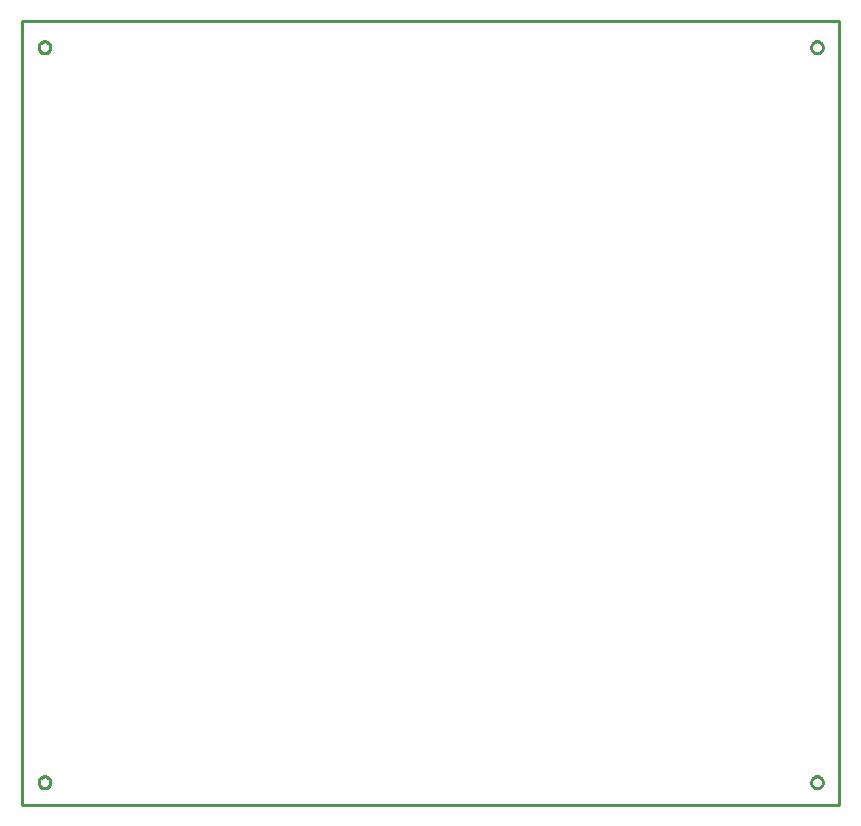
<source format=gbr>
G04 EAGLE Gerber RS-274X export*
G75*
%MOMM*%
%FSLAX34Y34*%
%LPD*%
%IN*%
%IPPOS*%
%AMOC8*
5,1,8,0,0,1.08239X$1,22.5*%
G01*
%ADD10C,0.254000*%


D10*
X177800Y0D02*
X869750Y0D01*
X869750Y663450D01*
X177800Y663450D01*
X177800Y0D01*
X201850Y641069D02*
X201787Y640511D01*
X201662Y639964D01*
X201477Y639434D01*
X201233Y638928D01*
X200934Y638452D01*
X200584Y638013D01*
X200187Y637616D01*
X199748Y637266D01*
X199272Y636967D01*
X198766Y636723D01*
X198236Y636538D01*
X197689Y636413D01*
X197131Y636350D01*
X196569Y636350D01*
X196011Y636413D01*
X195464Y636538D01*
X194934Y636723D01*
X194428Y636967D01*
X193952Y637266D01*
X193513Y637616D01*
X193116Y638013D01*
X192766Y638452D01*
X192467Y638928D01*
X192223Y639434D01*
X192038Y639964D01*
X191913Y640511D01*
X191850Y641069D01*
X191850Y641631D01*
X191913Y642189D01*
X192038Y642736D01*
X192223Y643266D01*
X192467Y643772D01*
X192766Y644248D01*
X193116Y644687D01*
X193513Y645084D01*
X193952Y645434D01*
X194428Y645733D01*
X194934Y645977D01*
X195464Y646162D01*
X196011Y646287D01*
X196569Y646350D01*
X197131Y646350D01*
X197689Y646287D01*
X198236Y646162D01*
X198766Y645977D01*
X199272Y645733D01*
X199748Y645434D01*
X200187Y645084D01*
X200584Y644687D01*
X200934Y644248D01*
X201233Y643772D01*
X201477Y643266D01*
X201662Y642736D01*
X201787Y642189D01*
X201850Y641631D01*
X201850Y641069D01*
X855900Y641069D02*
X855837Y640511D01*
X855712Y639964D01*
X855527Y639434D01*
X855283Y638928D01*
X854984Y638452D01*
X854634Y638013D01*
X854237Y637616D01*
X853798Y637266D01*
X853322Y636967D01*
X852816Y636723D01*
X852286Y636538D01*
X851739Y636413D01*
X851181Y636350D01*
X850619Y636350D01*
X850061Y636413D01*
X849514Y636538D01*
X848984Y636723D01*
X848478Y636967D01*
X848002Y637266D01*
X847563Y637616D01*
X847166Y638013D01*
X846816Y638452D01*
X846517Y638928D01*
X846273Y639434D01*
X846088Y639964D01*
X845963Y640511D01*
X845900Y641069D01*
X845900Y641631D01*
X845963Y642189D01*
X846088Y642736D01*
X846273Y643266D01*
X846517Y643772D01*
X846816Y644248D01*
X847166Y644687D01*
X847563Y645084D01*
X848002Y645434D01*
X848478Y645733D01*
X848984Y645977D01*
X849514Y646162D01*
X850061Y646287D01*
X850619Y646350D01*
X851181Y646350D01*
X851739Y646287D01*
X852286Y646162D01*
X852816Y645977D01*
X853322Y645733D01*
X853798Y645434D01*
X854237Y645084D01*
X854634Y644687D01*
X854984Y644248D01*
X855283Y643772D01*
X855527Y643266D01*
X855712Y642736D01*
X855837Y642189D01*
X855900Y641631D01*
X855900Y641069D01*
X855900Y18769D02*
X855837Y18211D01*
X855712Y17664D01*
X855527Y17134D01*
X855283Y16628D01*
X854984Y16152D01*
X854634Y15713D01*
X854237Y15316D01*
X853798Y14966D01*
X853322Y14667D01*
X852816Y14423D01*
X852286Y14238D01*
X851739Y14113D01*
X851181Y14050D01*
X850619Y14050D01*
X850061Y14113D01*
X849514Y14238D01*
X848984Y14423D01*
X848478Y14667D01*
X848002Y14966D01*
X847563Y15316D01*
X847166Y15713D01*
X846816Y16152D01*
X846517Y16628D01*
X846273Y17134D01*
X846088Y17664D01*
X845963Y18211D01*
X845900Y18769D01*
X845900Y19331D01*
X845963Y19889D01*
X846088Y20436D01*
X846273Y20966D01*
X846517Y21472D01*
X846816Y21948D01*
X847166Y22387D01*
X847563Y22784D01*
X848002Y23134D01*
X848478Y23433D01*
X848984Y23677D01*
X849514Y23862D01*
X850061Y23987D01*
X850619Y24050D01*
X851181Y24050D01*
X851739Y23987D01*
X852286Y23862D01*
X852816Y23677D01*
X853322Y23433D01*
X853798Y23134D01*
X854237Y22784D01*
X854634Y22387D01*
X854984Y21948D01*
X855283Y21472D01*
X855527Y20966D01*
X855712Y20436D01*
X855837Y19889D01*
X855900Y19331D01*
X855900Y18769D01*
X201850Y18769D02*
X201787Y18211D01*
X201662Y17664D01*
X201477Y17134D01*
X201233Y16628D01*
X200934Y16152D01*
X200584Y15713D01*
X200187Y15316D01*
X199748Y14966D01*
X199272Y14667D01*
X198766Y14423D01*
X198236Y14238D01*
X197689Y14113D01*
X197131Y14050D01*
X196569Y14050D01*
X196011Y14113D01*
X195464Y14238D01*
X194934Y14423D01*
X194428Y14667D01*
X193952Y14966D01*
X193513Y15316D01*
X193116Y15713D01*
X192766Y16152D01*
X192467Y16628D01*
X192223Y17134D01*
X192038Y17664D01*
X191913Y18211D01*
X191850Y18769D01*
X191850Y19331D01*
X191913Y19889D01*
X192038Y20436D01*
X192223Y20966D01*
X192467Y21472D01*
X192766Y21948D01*
X193116Y22387D01*
X193513Y22784D01*
X193952Y23134D01*
X194428Y23433D01*
X194934Y23677D01*
X195464Y23862D01*
X196011Y23987D01*
X196569Y24050D01*
X197131Y24050D01*
X197689Y23987D01*
X198236Y23862D01*
X198766Y23677D01*
X199272Y23433D01*
X199748Y23134D01*
X200187Y22784D01*
X200584Y22387D01*
X200934Y21948D01*
X201233Y21472D01*
X201477Y20966D01*
X201662Y20436D01*
X201787Y19889D01*
X201850Y19331D01*
X201850Y18769D01*
M02*

</source>
